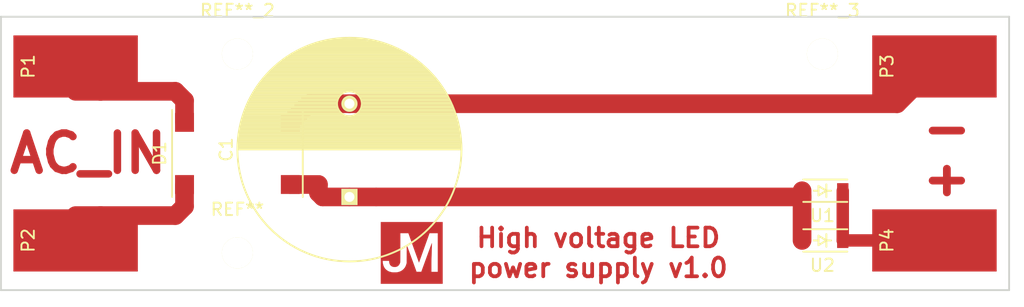
<source format=kicad_pcb>
(kicad_pcb (version 20171130) (host pcbnew "(5.1.12)-1")

  (general
    (thickness 1.6)
    (drawings 7)
    (tracks 24)
    (zones 0)
    (modules 12)
    (nets 6)
  )

  (page A4)
  (layers
    (0 F.Cu signal)
    (31 B.Cu signal)
    (32 B.Adhes user)
    (33 F.Adhes user hide)
    (34 B.Paste user)
    (35 F.Paste user)
    (36 B.SilkS user)
    (37 F.SilkS user)
    (38 B.Mask user)
    (39 F.Mask user)
    (40 Dwgs.User user)
    (41 Cmts.User user)
    (42 Eco1.User user)
    (43 Eco2.User user)
    (44 Edge.Cuts user)
    (45 Margin user)
    (46 B.CrtYd user)
    (47 F.CrtYd user)
    (48 B.Fab user)
    (49 F.Fab user)
  )

  (setup
    (last_trace_width 1.5)
    (trace_clearance 0.2)
    (zone_clearance 1)
    (zone_45_only no)
    (trace_min 0.2)
    (via_size 0.6)
    (via_drill 0.4)
    (via_min_size 0.4)
    (via_min_drill 0.3)
    (uvia_size 0.3)
    (uvia_drill 0.1)
    (uvias_allowed no)
    (uvia_min_size 0.2)
    (uvia_min_drill 0.1)
    (edge_width 0.15)
    (segment_width 0.2)
    (pcb_text_width 0.3)
    (pcb_text_size 1.5 1.5)
    (mod_edge_width 0.15)
    (mod_text_size 1 1)
    (mod_text_width 0.15)
    (pad_size 1.524 1.524)
    (pad_drill 0.762)
    (pad_to_mask_clearance 0.2)
    (aux_axis_origin 172 104)
    (visible_elements 7FFFFFFF)
    (pcbplotparams
      (layerselection 0x00030_80000001)
      (usegerberextensions false)
      (usegerberattributes true)
      (usegerberadvancedattributes true)
      (creategerberjobfile true)
      (excludeedgelayer true)
      (linewidth 0.100000)
      (plotframeref false)
      (viasonmask false)
      (mode 1)
      (useauxorigin false)
      (hpglpennumber 1)
      (hpglpenspeed 20)
      (hpglpendiameter 15.000000)
      (psnegative false)
      (psa4output false)
      (plotreference true)
      (plotvalue true)
      (plotinvisibletext false)
      (padsonsilk false)
      (subtractmaskfromsilk false)
      (outputformat 1)
      (mirror false)
      (drillshape 1)
      (scaleselection 1)
      (outputdirectory ""))
  )

  (net 0 "")
  (net 1 "Net-(C1-Pad1)")
  (net 2 /NEG_OUT)
  (net 3 /AC_IN2)
  (net 4 /AC_IN1)
  (net 5 /POS_OUT)

  (net_class Default "Toto je výchozí třída sítě."
    (clearance 0.2)
    (trace_width 1.5)
    (via_dia 0.6)
    (via_drill 0.4)
    (uvia_dia 0.3)
    (uvia_drill 0.1)
    (add_net /AC_IN1)
    (add_net /AC_IN2)
    (add_net /NEG_OUT)
    (add_net /POS_OUT)
    (add_net "Net-(C1-Pad1)")
  )

  (module Mounting_Holes:MountingHole_2.5mm (layer F.Cu) (tedit 56D1B4CB) (tstamp 5710BB23)
    (at 217 96)
    (descr "Mounting Hole 2.5mm, no annular")
    (tags "mounting hole 2.5mm no annular")
    (fp_text reference REF**_3 (at 0 -3.5) (layer F.SilkS)
      (effects (font (size 1 1) (thickness 0.15)))
    )
    (fp_text value MountingHole_2.5mm (at 0 3.5) (layer F.Fab)
      (effects (font (size 1 1) (thickness 0.15)))
    )
    (fp_circle (center 0 0) (end 2.75 0) (layer F.CrtYd) (width 0.05))
    (fp_circle (center 0 0) (end 2.5 0) (layer Cmts.User) (width 0.15))
    (pad 1 np_thru_hole circle (at 0 0) (size 2.5 2.5) (drill 2.5) (layers *.Cu *.Mask F.SilkS))
  )

  (module Mounting_Holes:MountingHole_2.5mm (layer F.Cu) (tedit 56D1B4CB) (tstamp 5710BB1B)
    (at 170 96)
    (descr "Mounting Hole 2.5mm, no annular")
    (tags "mounting hole 2.5mm no annular")
    (fp_text reference REF**_2 (at 0 -3.5) (layer F.SilkS)
      (effects (font (size 1 1) (thickness 0.15)))
    )
    (fp_text value MountingHole_2.5mm (at 0 3.5) (layer F.Fab)
      (effects (font (size 1 1) (thickness 0.15)))
    )
    (fp_circle (center 0 0) (end 2.75 0) (layer F.CrtYd) (width 0.05))
    (fp_circle (center 0 0) (end 2.5 0) (layer Cmts.User) (width 0.15))
    (pad 1 np_thru_hole circle (at 0 0) (size 2.5 2.5) (drill 2.5) (layers *.Cu *.Mask F.SilkS))
  )

  (module Capacitors_ThroughHole:C_Radial_D18_L36_P7.5 (layer F.Cu) (tedit 556D2B3A) (tstamp 5710B73D)
    (at 179 107.5 90)
    (descr "Radial Electrolytic Capacitor Diameter 18mm x Length 36mm, Pitch 7.5mm")
    (tags "Electrolytic Capacitor")
    (path /5710ADAC)
    (fp_text reference C1 (at 3.81 -9.906 90) (layer F.SilkS)
      (effects (font (size 1 1) (thickness 0.15)))
    )
    (fp_text value 120uF@400V (at 3.81 10.16 90) (layer F.Fab)
      (effects (font (size 1 1) (thickness 0.15)))
    )
    (fp_circle (center 3.81 0) (end 3.81 -9.3) (layer F.CrtYd) (width 0.05))
    (fp_circle (center 3.81 0) (end 3.81 -9) (layer F.SilkS) (width 0.15))
    (fp_circle (center 7.5 0) (end 7.5 -1) (layer F.SilkS) (width 0.15))
    (fp_line (start 11.525 -4.6) (end 11.525 4.6) (layer F.SilkS) (width 0.15))
    (fp_line (start 11.385 -4.8) (end 11.385 4.8) (layer F.SilkS) (width 0.15))
    (fp_line (start 11.245 -5.05) (end 11.245 5.05) (layer F.SilkS) (width 0.15))
    (fp_line (start 11.105 -5.25) (end 11.105 5.25) (layer F.SilkS) (width 0.15))
    (fp_line (start 10.965 -5.45) (end 10.965 5.45) (layer F.SilkS) (width 0.15))
    (fp_line (start 10.825 -5.6) (end 10.825 5.6) (layer F.SilkS) (width 0.15))
    (fp_line (start 10.685 -5.8) (end 10.685 5.8) (layer F.SilkS) (width 0.15))
    (fp_line (start 10.545 -5.9) (end 10.545 5.9) (layer F.SilkS) (width 0.15))
    (fp_line (start 10.405 -6.1) (end 10.405 6.1) (layer F.SilkS) (width 0.15))
    (fp_line (start 10.265 -6.2) (end 10.265 6.2) (layer F.SilkS) (width 0.15))
    (fp_line (start 10.125 -6.4) (end 10.125 6.4) (layer F.SilkS) (width 0.15))
    (fp_line (start 9.985 -6.5) (end 9.985 6.5) (layer F.SilkS) (width 0.15))
    (fp_line (start 9.845 -6.6) (end 9.845 6.6) (layer F.SilkS) (width 0.15))
    (fp_line (start 9.705 -6.8) (end 9.705 6.8) (layer F.SilkS) (width 0.15))
    (fp_line (start 9.565 -6.9) (end 9.565 6.9) (layer F.SilkS) (width 0.15))
    (fp_line (start 9.425 -7) (end 9.425 7) (layer F.SilkS) (width 0.15))
    (fp_line (start 9.285 -7.1) (end 9.285 7.1) (layer F.SilkS) (width 0.15))
    (fp_line (start 9.145 -7.2) (end 9.145 7.2) (layer F.SilkS) (width 0.15))
    (fp_line (start 9.005 -7.3) (end 9.005 7.3) (layer F.SilkS) (width 0.15))
    (fp_line (start 8.865 -7.4) (end 8.865 7.4) (layer F.SilkS) (width 0.15))
    (fp_line (start 8.725 -7.5) (end 8.725 7.5) (layer F.SilkS) (width 0.15))
    (fp_line (start 8.585 -7.6) (end 8.585 7.6) (layer F.SilkS) (width 0.15))
    (fp_line (start 8.445 0.327) (end 8.445 7.7) (layer F.SilkS) (width 0.15))
    (fp_line (start 8.445 -7.7) (end 8.445 -0.327) (layer F.SilkS) (width 0.15))
    (fp_line (start 8.305 0.593) (end 8.305 7.78) (layer F.SilkS) (width 0.15))
    (fp_line (start 8.305 -7.75) (end 8.305 -0.593) (layer F.SilkS) (width 0.15))
    (fp_line (start 8.165 0.747) (end 8.165 7.85) (layer F.SilkS) (width 0.15))
    (fp_line (start 8.165 -7.8) (end 8.165 -0.747) (layer F.SilkS) (width 0.15))
    (fp_line (start 8.025 0.851) (end 8.025 7.87) (layer F.SilkS) (width 0.15))
    (fp_line (start 8.025 -7.9) (end 8.025 -0.851) (layer F.SilkS) (width 0.15))
    (fp_line (start 7.885 0.923) (end 7.885 7.95) (layer F.SilkS) (width 0.15))
    (fp_line (start 7.885 -8) (end 7.885 -0.923) (layer F.SilkS) (width 0.15))
    (fp_line (start 7.745 0.97) (end 7.745 8.05) (layer F.SilkS) (width 0.15))
    (fp_line (start 7.745 -8.1) (end 7.745 -0.97) (layer F.SilkS) (width 0.15))
    (fp_line (start 7.605 0.994) (end 7.605 8.15) (layer F.SilkS) (width 0.15))
    (fp_line (start 7.605 -8.15) (end 7.605 -0.994) (layer F.SilkS) (width 0.15))
    (fp_line (start 7.465 0.999) (end 7.465 8.2) (layer F.SilkS) (width 0.15))
    (fp_line (start 7.465 -8.185) (end 7.465 -0.999) (layer F.SilkS) (width 0.15))
    (fp_line (start 7.325 0.985) (end 7.325 8.28) (layer F.SilkS) (width 0.15))
    (fp_line (start 7.325 -8.25) (end 7.325 -0.985) (layer F.SilkS) (width 0.15))
    (fp_line (start 7.185 0.949) (end 7.185 8.33) (layer F.SilkS) (width 0.15))
    (fp_line (start 7.185 -8.25) (end 7.185 -0.949) (layer F.SilkS) (width 0.15))
    (fp_line (start 7.045 0.89) (end 7.045 8.35) (layer F.SilkS) (width 0.15))
    (fp_line (start 7.045 -8.35) (end 7.045 -0.89) (layer F.SilkS) (width 0.15))
    (fp_line (start 6.905 0.804) (end 6.905 8.38) (layer F.SilkS) (width 0.15))
    (fp_line (start 6.905 -8.4) (end 6.905 -0.804) (layer F.SilkS) (width 0.15))
    (fp_line (start 6.765 0.678) (end 6.765 8.41) (layer F.SilkS) (width 0.15))
    (fp_line (start 6.765 -8.45) (end 6.765 -0.678) (layer F.SilkS) (width 0.15))
    (fp_line (start 6.625 0.484) (end 6.625 8.466) (layer F.SilkS) (width 0.15))
    (fp_line (start 6.625 -8.466) (end 6.625 -0.484) (layer F.SilkS) (width 0.15))
    (fp_line (start 6.485 -8.518) (end 6.485 8.518) (layer F.SilkS) (width 0.15))
    (fp_line (start 6.345 -8.567) (end 6.345 8.567) (layer F.SilkS) (width 0.15))
    (fp_line (start 6.205 -8.614) (end 6.205 8.614) (layer F.SilkS) (width 0.15))
    (fp_line (start 6.065 -8.658) (end 6.065 8.658) (layer F.SilkS) (width 0.15))
    (fp_line (start 5.925 -8.699) (end 5.925 8.699) (layer F.SilkS) (width 0.15))
    (fp_line (start 5.785 -8.737) (end 5.785 8.737) (layer F.SilkS) (width 0.15))
    (fp_line (start 5.645 -8.772) (end 5.645 8.772) (layer F.SilkS) (width 0.15))
    (fp_line (start 5.505 -8.805) (end 5.505 8.805) (layer F.SilkS) (width 0.15))
    (fp_line (start 5.365 -8.835) (end 5.365 8.835) (layer F.SilkS) (width 0.15))
    (fp_line (start 5.225 -8.863) (end 5.225 8.863) (layer F.SilkS) (width 0.15))
    (fp_line (start 5.085 -8.888) (end 5.085 8.888) (layer F.SilkS) (width 0.15))
    (fp_line (start 4.945 -8.91) (end 4.945 8.91) (layer F.SilkS) (width 0.15))
    (fp_line (start 4.805 -8.93) (end 4.805 8.93) (layer F.SilkS) (width 0.15))
    (fp_line (start 4.665 -8.948) (end 4.665 8.948) (layer F.SilkS) (width 0.15))
    (fp_line (start 4.525 -8.962) (end 4.525 8.962) (layer F.SilkS) (width 0.15))
    (fp_line (start 4.385 -8.975) (end 4.385 8.975) (layer F.SilkS) (width 0.15))
    (fp_line (start 4.245 -8.985) (end 4.245 8.985) (layer F.SilkS) (width 0.15))
    (fp_line (start 4.105 -8.992) (end 4.105 8.992) (layer F.SilkS) (width 0.15))
    (fp_line (start 3.965 -8.997) (end 3.965 8.997) (layer F.SilkS) (width 0.15))
    (fp_line (start 3.825 -9) (end 3.825 9) (layer F.SilkS) (width 0.15))
    (fp_line (start 11.6586 4.3942) (end 11.6586 -4.318) (layer F.SilkS) (width 0.15))
    (fp_line (start 11.7856 4.1402) (end 11.7856 -4.1148) (layer F.SilkS) (width 0.15))
    (fp_line (start 11.9126 -3.8862) (end 11.9126 3.8354) (layer F.SilkS) (width 0.15))
    (fp_line (start 12.0396 3.5814) (end 12.0396 -3.556) (layer F.SilkS) (width 0.15))
    (fp_line (start 12.1666 -3.2766) (end 12.1666 3.2512) (layer F.SilkS) (width 0.15))
    (fp_line (start 12.2936 2.9464) (end 12.2936 -2.8956) (layer F.SilkS) (width 0.15))
    (fp_line (start 12.4206 -2.5908) (end 12.4206 2.4892) (layer F.SilkS) (width 0.15))
    (fp_line (start 12.5476 2.0828) (end 12.5222 -2.0574) (layer F.SilkS) (width 0.15))
    (fp_line (start 12.6492 -1.4732) (end 12.6746 1.3462) (layer F.SilkS) (width 0.15))
    (pad 1 thru_hole rect (at 0 0 90) (size 1.3 1.3) (drill 0.8) (layers *.Cu *.Mask F.SilkS)
      (net 1 "Net-(C1-Pad1)"))
    (pad 2 thru_hole circle (at 7.5 0 90) (size 1.3 1.3) (drill 0.8) (layers *.Cu *.Mask F.SilkS)
      (net 2 /NEG_OUT))
    (model Capacitors_ThroughHole.3dshapes/C_Radial_D18_L36_P7.5.wrl
      (at (xyz 0 0 0))
      (scale (xyz 1 1 1))
      (rotate (xyz 0 0 0))
    )
  )

  (module yaqwsx:DB207S (layer F.Cu) (tedit 5710B4E1) (tstamp 5710B74C)
    (at 170 104 270)
    (path /5710AF21)
    (fp_text reference D1 (at 0 6.25 270) (layer F.SilkS)
      (effects (font (size 1 1) (thickness 0.15)))
    )
    (fp_text value DB207S (at 0 -6.25 270) (layer F.Fab)
      (effects (font (size 1 1) (thickness 0.15)))
    )
    (fp_line (start -3.5 -5.25) (end 3.5 -5.25) (layer F.SilkS) (width 0.15))
    (fp_line (start -3.5 -3.25) (end -3.5 -5.25) (layer F.SilkS) (width 0.15))
    (fp_line (start -3.5 5.25) (end 3.5 5.25) (layer F.SilkS) (width 0.15))
    (fp_line (start -3.75 5.5) (end -3.75 -5.5) (layer F.CrtYd) (width 0.05))
    (fp_line (start 3.75 5.5) (end -3.75 5.5) (layer F.CrtYd) (width 0.05))
    (fp_line (start 3.75 -5.5) (end 3.75 5.5) (layer F.CrtYd) (width 0.05))
    (fp_line (start -3.75 -5.5) (end 3.75 -5.5) (layer F.CrtYd) (width 0.05))
    (pad 3 smd rect (at 2.5 -4.25 270) (size 1.52 1.52) (layers F.Cu F.Paste F.Mask)
      (net 1 "Net-(C1-Pad1)"))
    (pad 4 smd rect (at 2.5 4.25 270) (size 1.52 1.52) (layers F.Cu F.Paste F.Mask)
      (net 3 /AC_IN2))
    (pad 2 smd rect (at -2.5 4.25 270) (size 1.52 1.52) (layers F.Cu F.Paste F.Mask)
      (net 4 /AC_IN1))
    (pad 1 smd rect (at -2.5 -4.25 270) (size 1.52 1.52) (layers F.Cu F.Paste F.Mask)
      (net 2 /NEG_OUT))
  )

  (module Wire_Pads:SolderWirePad_single_SMD_5x10mm (layer F.Cu) (tedit 5640A485) (tstamp 5710B755)
    (at 157 97 90)
    (descr "Wire Pad, Square, SMD Pad,  5mm x 10mm,")
    (tags "MesurementPoint Square SMDPad 5mmx10mm ")
    (path /5710B7A2)
    (attr smd)
    (fp_text reference P1 (at 0 -3.81 90) (layer F.SilkS)
      (effects (font (size 1 1) (thickness 0.15)))
    )
    (fp_text value CONN_01X01 (at 0 6.35 90) (layer F.Fab)
      (effects (font (size 1 1) (thickness 0.15)))
    )
    (fp_line (start -2.75 -5.25) (end -2.75 5.25) (layer F.CrtYd) (width 0.05))
    (fp_line (start -2.75 5.25) (end 2.75 5.25) (layer F.CrtYd) (width 0.05))
    (fp_line (start 2.75 5.25) (end 2.75 -5.25) (layer F.CrtYd) (width 0.05))
    (fp_line (start 2.75 -5.25) (end -2.75 -5.25) (layer F.CrtYd) (width 0.05))
    (pad 1 smd rect (at 0 0 90) (size 5 10) (layers F.Cu F.Paste F.Mask)
      (net 4 /AC_IN1))
  )

  (module Wire_Pads:SolderWirePad_single_SMD_5x10mm (layer F.Cu) (tedit 5640A485) (tstamp 5710B75E)
    (at 157 111 90)
    (descr "Wire Pad, Square, SMD Pad,  5mm x 10mm,")
    (tags "MesurementPoint Square SMDPad 5mmx10mm ")
    (path /5710B849)
    (attr smd)
    (fp_text reference P2 (at 0 -3.81 90) (layer F.SilkS)
      (effects (font (size 1 1) (thickness 0.15)))
    )
    (fp_text value CONN_01X01 (at 0 6.35 90) (layer F.Fab)
      (effects (font (size 1 1) (thickness 0.15)))
    )
    (fp_line (start -2.75 -5.25) (end -2.75 5.25) (layer F.CrtYd) (width 0.05))
    (fp_line (start -2.75 5.25) (end 2.75 5.25) (layer F.CrtYd) (width 0.05))
    (fp_line (start 2.75 5.25) (end 2.75 -5.25) (layer F.CrtYd) (width 0.05))
    (fp_line (start 2.75 -5.25) (end -2.75 -5.25) (layer F.CrtYd) (width 0.05))
    (pad 1 smd rect (at 0 0 90) (size 5 10) (layers F.Cu F.Paste F.Mask)
      (net 3 /AC_IN2))
  )

  (module Wire_Pads:SolderWirePad_single_SMD_5x10mm (layer F.Cu) (tedit 5640A485) (tstamp 5710B767)
    (at 226 97 90)
    (descr "Wire Pad, Square, SMD Pad,  5mm x 10mm,")
    (tags "MesurementPoint Square SMDPad 5mmx10mm ")
    (path /5710B90C)
    (attr smd)
    (fp_text reference P3 (at 0 -3.81 90) (layer F.SilkS)
      (effects (font (size 1 1) (thickness 0.15)))
    )
    (fp_text value CONN_01X01 (at 0 6.35 90) (layer F.Fab)
      (effects (font (size 1 1) (thickness 0.15)))
    )
    (fp_line (start -2.75 -5.25) (end -2.75 5.25) (layer F.CrtYd) (width 0.05))
    (fp_line (start -2.75 5.25) (end 2.75 5.25) (layer F.CrtYd) (width 0.05))
    (fp_line (start 2.75 5.25) (end 2.75 -5.25) (layer F.CrtYd) (width 0.05))
    (fp_line (start 2.75 -5.25) (end -2.75 -5.25) (layer F.CrtYd) (width 0.05))
    (pad 1 smd rect (at 0 0 90) (size 5 10) (layers F.Cu F.Paste F.Mask)
      (net 2 /NEG_OUT))
  )

  (module Wire_Pads:SolderWirePad_single_SMD_5x10mm (layer F.Cu) (tedit 5640A485) (tstamp 5710B770)
    (at 226 111 90)
    (descr "Wire Pad, Square, SMD Pad,  5mm x 10mm,")
    (tags "MesurementPoint Square SMDPad 5mmx10mm ")
    (path /5710B935)
    (attr smd)
    (fp_text reference P4 (at 0 -3.81 90) (layer F.SilkS)
      (effects (font (size 1 1) (thickness 0.15)))
    )
    (fp_text value CONN_01X01 (at 0 6.35 90) (layer F.Fab)
      (effects (font (size 1 1) (thickness 0.15)))
    )
    (fp_line (start -2.75 -5.25) (end -2.75 5.25) (layer F.CrtYd) (width 0.05))
    (fp_line (start -2.75 5.25) (end 2.75 5.25) (layer F.CrtYd) (width 0.05))
    (fp_line (start 2.75 5.25) (end 2.75 -5.25) (layer F.CrtYd) (width 0.05))
    (fp_line (start 2.75 -5.25) (end -2.75 -5.25) (layer F.CrtYd) (width 0.05))
    (pad 1 smd rect (at 0 0 90) (size 5 10) (layers F.Cu F.Paste F.Mask)
      (net 5 /POS_OUT))
  )

  (module Diodes_SMD:SOD-123 (layer F.Cu) (tedit 5530FCB9) (tstamp 5710B782)
    (at 217 107 180)
    (descr SOD-123)
    (tags SOD-123)
    (path /5710B0AF)
    (attr smd)
    (fp_text reference U1 (at 0 -2 180) (layer F.SilkS)
      (effects (font (size 1 1) (thickness 0.15)))
    )
    (fp_text value NSI45030AT1G (at 0 2.1 180) (layer F.Fab)
      (effects (font (size 1 1) (thickness 0.15)))
    )
    (fp_line (start -2 -0.9) (end 1.54 -0.9) (layer F.SilkS) (width 0.15))
    (fp_line (start -2 0.9) (end 1.54 0.9) (layer F.SilkS) (width 0.15))
    (fp_line (start -2.25 -1.05) (end -2.25 1.05) (layer F.CrtYd) (width 0.05))
    (fp_line (start 2.25 1.05) (end -2.25 1.05) (layer F.CrtYd) (width 0.05))
    (fp_line (start 2.25 -1.05) (end 2.25 1.05) (layer F.CrtYd) (width 0.05))
    (fp_line (start -2.25 -1.05) (end 2.25 -1.05) (layer F.CrtYd) (width 0.05))
    (fp_line (start -0.3175 -0.508) (end -0.3175 0.508) (layer F.SilkS) (width 0.15))
    (fp_line (start 0.3175 0.381) (end -0.3175 0) (layer F.SilkS) (width 0.15))
    (fp_line (start 0.3175 -0.381) (end 0.3175 0.381) (layer F.SilkS) (width 0.15))
    (fp_line (start -0.3175 0) (end 0.3175 -0.381) (layer F.SilkS) (width 0.15))
    (fp_line (start -0.6985 0) (end -0.3175 0) (layer F.SilkS) (width 0.15))
    (fp_line (start 0.3175 0) (end 0.6985 0) (layer F.SilkS) (width 0.15))
    (pad 1 smd rect (at -1.635 0 180) (size 0.91 1.22) (layers F.Cu F.Paste F.Mask)
      (net 5 /POS_OUT))
    (pad 2 smd rect (at 1.635 0 180) (size 0.91 1.22) (layers F.Cu F.Paste F.Mask)
      (net 1 "Net-(C1-Pad1)"))
  )

  (module Diodes_SMD:SOD-123 (layer F.Cu) (tedit 5530FCB9) (tstamp 5710B794)
    (at 217 111 180)
    (descr SOD-123)
    (tags SOD-123)
    (path /5710B1F6)
    (attr smd)
    (fp_text reference U2 (at 0 -2 180) (layer F.SilkS)
      (effects (font (size 1 1) (thickness 0.15)))
    )
    (fp_text value NSI45030AT1G (at 0 2.1 180) (layer F.Fab)
      (effects (font (size 1 1) (thickness 0.15)))
    )
    (fp_line (start -2 -0.9) (end 1.54 -0.9) (layer F.SilkS) (width 0.15))
    (fp_line (start -2 0.9) (end 1.54 0.9) (layer F.SilkS) (width 0.15))
    (fp_line (start -2.25 -1.05) (end -2.25 1.05) (layer F.CrtYd) (width 0.05))
    (fp_line (start 2.25 1.05) (end -2.25 1.05) (layer F.CrtYd) (width 0.05))
    (fp_line (start 2.25 -1.05) (end 2.25 1.05) (layer F.CrtYd) (width 0.05))
    (fp_line (start -2.25 -1.05) (end 2.25 -1.05) (layer F.CrtYd) (width 0.05))
    (fp_line (start -0.3175 -0.508) (end -0.3175 0.508) (layer F.SilkS) (width 0.15))
    (fp_line (start 0.3175 0.381) (end -0.3175 0) (layer F.SilkS) (width 0.15))
    (fp_line (start 0.3175 -0.381) (end 0.3175 0.381) (layer F.SilkS) (width 0.15))
    (fp_line (start -0.3175 0) (end 0.3175 -0.381) (layer F.SilkS) (width 0.15))
    (fp_line (start -0.6985 0) (end -0.3175 0) (layer F.SilkS) (width 0.15))
    (fp_line (start 0.3175 0) (end 0.6985 0) (layer F.SilkS) (width 0.15))
    (pad 1 smd rect (at -1.635 0 180) (size 0.91 1.22) (layers F.Cu F.Paste F.Mask)
      (net 5 /POS_OUT))
    (pad 2 smd rect (at 1.635 0 180) (size 0.91 1.22) (layers F.Cu F.Paste F.Mask)
      (net 1 "Net-(C1-Pad1)"))
  )

  (module yaqwsx:JM_5 (layer F.Cu) (tedit 0) (tstamp 5710BA98)
    (at 184 112)
    (fp_text reference G*** (at 0 0) (layer F.Cu) hide
      (effects (font (size 1.524 1.524) (thickness 0.3)))
    )
    (fp_text value LOGO (at 0.75 0) (layer F.Cu) hide
      (effects (font (size 1.524 1.524) (thickness 0.3)))
    )
    (fp_poly (pts (xy 2.487448 2.487448) (xy -2.478689 2.487448) (xy -2.478689 0.639379) (xy -2.332469 0.639379)
      (xy -2.326805 0.733535) (xy -2.311529 0.866624) (xy -2.282448 0.989552) (xy -2.239765 1.101996)
      (xy -2.183684 1.203635) (xy -2.114409 1.294146) (xy -2.032142 1.373209) (xy -1.937086 1.4405)
      (xy -1.85161 1.485809) (xy -1.802239 1.505657) (xy -1.741544 1.525547) (xy -1.675633 1.543763)
      (xy -1.610611 1.558588) (xy -1.563414 1.566841) (xy -1.518079 1.571373) (xy -1.460408 1.574179)
      (xy -1.395361 1.5753) (xy -1.327895 1.574775) (xy -1.262971 1.572641) (xy -1.205546 1.568938)
      (xy -1.160582 1.563706) (xy -1.160319 1.563664) (xy -1.035228 1.535467) (xy -0.918457 1.493135)
      (xy -0.811095 1.437337) (xy -0.714229 1.368744) (xy -0.62895 1.288028) (xy -0.556345 1.19586)
      (xy -0.551465 1.18854) (xy -0.503993 1.108607) (xy -0.465261 1.024925) (xy -0.43275 0.931771)
      (xy -0.421868 0.894026) (xy -0.398838 0.810173) (xy -0.393018 -0.626241) (xy -0.00103 0.451069)
      (xy 0.390959 1.528379) (xy 0.773702 1.528379) (xy 1.199213 0.359104) (xy 1.258195 0.197061)
      (xy 1.311493 0.05073) (xy 1.359397 -0.080645) (xy 1.402194 -0.19782) (xy 1.440172 -0.301553)
      (xy 1.47362 -0.392598) (xy 1.502825 -0.471713) (xy 1.528076 -0.539653) (xy 1.549661 -0.597175)
      (xy 1.567868 -0.645034) (xy 1.582985 -0.683988) (xy 1.595301 -0.714792) (xy 1.605104 -0.738202)
      (xy 1.612681 -0.754975) (xy 1.618322 -0.765867) (xy 1.622313 -0.771634) (xy 1.624944 -0.773032)
      (xy 1.626502 -0.770818) (xy 1.627276 -0.765747) (xy 1.627363 -0.76445) (xy 1.627485 -0.748009)
      (xy 1.626968 -0.715636) (xy 1.625859 -0.668904) (xy 1.624208 -0.609385) (xy 1.622062 -0.538653)
      (xy 1.61947 -0.458279) (xy 1.616481 -0.369836) (xy 1.613143 -0.274896) (xy 1.609504 -0.175032)
      (xy 1.607638 -0.125071) (xy 1.601902 0.032862) (xy 1.597155 0.177037) (xy 1.593324 0.311182)
      (xy 1.590333 0.439025) (xy 1.588111 0.564292) (xy 1.586581 0.690712) (xy 1.585672 0.822012)
      (xy 1.585307 0.961919) (xy 1.585292 1.000673) (xy 1.585311 1.532759) (xy 2.102069 1.532759)
      (xy 2.102069 -1.58531) (xy 1.767052 -1.585309) (xy 1.432035 -1.585307) (xy 1.012918 -0.409464)
      (xy 0.963695 -0.271438) (xy 0.916031 -0.137926) (xy 0.870261 -0.009859) (xy 0.826721 0.11183)
      (xy 0.785746 0.22621) (xy 0.747671 0.332346) (xy 0.712832 0.429308) (xy 0.681564 0.516162)
      (xy 0.654201 0.591977) (xy 0.631081 0.65582) (xy 0.612536 0.706758) (xy 0.598904 0.74386)
      (xy 0.590518 0.766193) (xy 0.587758 0.772877) (xy 0.58415 0.765567) (xy 0.575012 0.742685)
      (xy 0.560688 0.705168) (xy 0.541516 0.653949) (xy 0.517837 0.589963) (xy 0.489993 0.514144)
      (xy 0.458325 0.427426) (xy 0.423172 0.330744) (xy 0.384875 0.225032) (xy 0.343776 0.111224)
      (xy 0.300214 -0.009745) (xy 0.254531 -0.13694) (xy 0.207068 -0.269429) (xy 0.175765 -0.356985)
      (xy 0.127023 -0.493415) (xy 0.07971 -0.625827) (xy 0.034181 -0.75323) (xy -0.00921 -0.87463)
      (xy -0.050108 -0.989035) (xy -0.088158 -1.095454) (xy -0.123005 -1.192893) (xy -0.154294 -1.280361)
      (xy -0.18167 -1.356865) (xy -0.204779 -1.421413) (xy -0.223265 -1.473013) (xy -0.236773 -1.510673)
      (xy -0.24495 -1.5334) (xy -0.247101 -1.539327) (xy -0.264017 -1.58531) (xy -0.910464 -1.58531)
      (xy -0.912982 -0.422603) (xy -0.913355 -0.255565) (xy -0.913723 -0.105131) (xy -0.9141 0.029614)
      (xy -0.914498 0.149581) (xy -0.914932 0.255685) (xy -0.915415 0.34884) (xy -0.915959 0.429958)
      (xy -0.91658 0.499953) (xy -0.91729 0.559739) (xy -0.918102 0.610229) (xy -0.91903 0.652337)
      (xy -0.920088 0.686976) (xy -0.92129 0.71506) (xy -0.922647 0.737502) (xy -0.924175 0.755216)
      (xy -0.925886 0.769114) (xy -0.927794 0.780112) (xy -0.929913 0.789121) (xy -0.930905 0.792655)
      (xy -0.963924 0.880455) (xy -1.00779 0.956995) (xy -1.061482 1.020935) (xy -1.123979 1.070934)
      (xy -1.15674 1.089555) (xy -1.220301 1.116612) (xy -1.282472 1.132179) (xy -1.349679 1.137503)
      (xy -1.397 1.13619) (xy -1.486203 1.124127) (xy -1.565789 1.099406) (xy -1.634534 1.062612)
      (xy -1.691212 1.014332) (xy -1.716732 0.983186) (xy -1.744903 0.939092) (xy -1.766907 0.892737)
      (xy -1.783892 0.840469) (xy -1.797002 0.77864) (xy -1.807386 0.7036) (xy -1.808912 0.689742)
      (xy -1.814295 0.639379) (xy -2.332469 0.639379) (xy -2.478689 0.639379) (xy -2.478689 -2.478689)
      (xy 2.487448 -2.478689) (xy 2.487448 2.487448)) (layer F.Cu) (width 0.01))
  )

  (module Mounting_Holes:MountingHole_2.5mm (layer F.Cu) (tedit 56D1B4CB) (tstamp 5710BB19)
    (at 170 112)
    (descr "Mounting Hole 2.5mm, no annular")
    (tags "mounting hole 2.5mm no annular")
    (fp_text reference REF** (at 0 -3.5) (layer F.SilkS)
      (effects (font (size 1 1) (thickness 0.15)))
    )
    (fp_text value MountingHole_2.5mm (at 0 3.5) (layer F.Fab)
      (effects (font (size 1 1) (thickness 0.15)))
    )
    (fp_circle (center 0 0) (end 2.75 0) (layer F.CrtYd) (width 0.05))
    (fp_circle (center 0 0) (end 2.5 0) (layer Cmts.User) (width 0.15))
    (pad 1 np_thru_hole circle (at 0 0) (size 2.5 2.5) (drill 2.5) (layers *.Cu *.Mask F.SilkS))
  )

  (gr_text "High voltage LED\npower supply v1.0" (at 199 112) (layer F.Cu)
    (effects (font (size 1.5 1.5) (thickness 0.3)))
  )
  (gr_text "-\n+" (at 227 104) (layer F.Cu)
    (effects (font (size 2.5 3) (thickness 0.625)))
  )
  (gr_text AC_IN (at 158 104) (layer F.Cu)
    (effects (font (size 3 3) (thickness 0.6)))
  )
  (gr_line (start 232 93) (end 151 93) (layer Edge.Cuts) (width 0.15))
  (gr_line (start 232 115) (end 232 93) (layer Edge.Cuts) (width 0.15))
  (gr_line (start 151 115) (end 232 115) (layer Edge.Cuts) (width 0.15))
  (gr_line (start 151 93) (end 151 115) (layer Edge.Cuts) (width 0.15))

  (segment (start 174.25 106.5) (end 176.51 106.5) (width 1.5) (layer F.Cu) (net 1))
  (segment (start 179 107.5) (end 176.85 107.5) (width 1.5) (layer F.Cu) (net 1))
  (segment (start 176.51 106.5) (end 176.51 107.16) (width 1.5) (layer F.Cu) (net 1))
  (segment (start 176.51 107.16) (end 176.85 107.5) (width 1.5) (layer F.Cu) (net 1))
  (segment (start 215.365 107.5) (end 215.365 107) (width 1.5) (layer F.Cu) (net 1))
  (segment (start 215.365 111) (end 215.365 107.5) (width 1.5) (layer F.Cu) (net 1))
  (segment (start 215.365 107.5) (end 181.15 107.5) (width 1.5) (layer F.Cu) (net 1))
  (segment (start 179 107.5) (end 181.15 107.5) (width 1.5) (layer F.Cu) (net 1))
  (segment (start 179 100) (end 175.75 100) (width 1.5) (layer F.Cu) (net 2))
  (segment (start 175.75 100) (end 174.25 101.5) (width 1.5) (layer F.Cu) (net 2))
  (segment (start 179 100) (end 223 100) (width 1.5) (layer F.Cu) (net 2))
  (segment (start 223 100) (end 226 97) (width 1.5) (layer F.Cu) (net 2))
  (segment (start 159 109) (end 157 111) (width 1.5) (layer F.Cu) (net 3))
  (segment (start 159 109) (end 165.01 109) (width 1.5) (layer F.Cu) (net 3))
  (segment (start 165.01 109) (end 165.75 108.26) (width 1.5) (layer F.Cu) (net 3))
  (segment (start 165.75 108.26) (end 165.75 106.5) (width 1.5) (layer F.Cu) (net 3))
  (segment (start 157 109) (end 159 109) (width 1.5) (layer F.Cu) (net 3))
  (segment (start 159 99) (end 157 97) (width 1.5) (layer F.Cu) (net 4))
  (segment (start 159 99) (end 165.01 99) (width 1.5) (layer F.Cu) (net 4))
  (segment (start 165.01 99) (end 165.75 99.74) (width 1.5) (layer F.Cu) (net 4))
  (segment (start 165.75 99.74) (end 165.75 101.5) (width 1.5) (layer F.Cu) (net 4))
  (segment (start 157 99) (end 159 99) (width 1.5) (layer F.Cu) (net 4))
  (segment (start 226 111) (end 218.635 111) (width 1) (layer F.Cu) (net 5))
  (segment (start 218.635 107) (end 218.635 111) (width 1) (layer F.Cu) (net 5))

)

</source>
